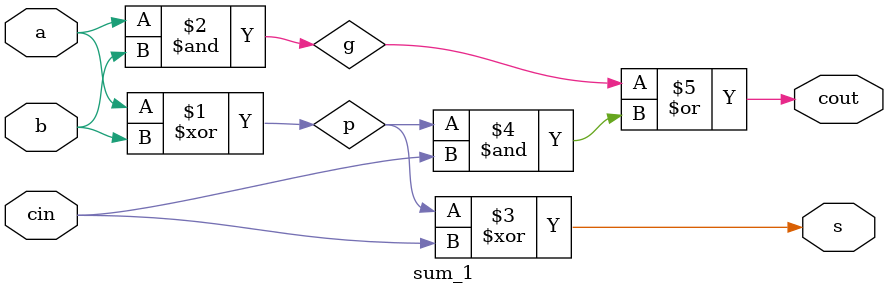
<source format=sv>
module sum_1 (input logic a, b, cin,
					output logic s, cout
					);
					
	logic p, g;
	
	assign p = a ^ b;
	assign g = a & b;
	
	assign s = p ^ cin;
	assign cout = g | (p & cin);

endmodule
</source>
